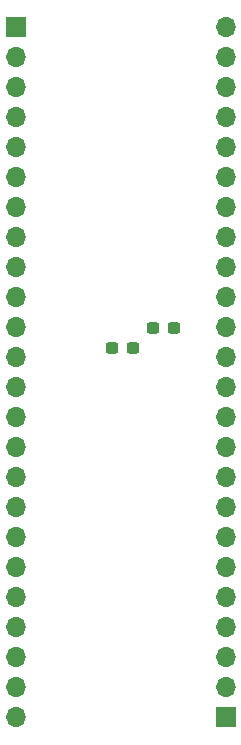
<source format=gbr>
%TF.GenerationSoftware,KiCad,Pcbnew,8.0.7*%
%TF.CreationDate,2025-02-16T23:10:18-06:00*%
%TF.ProjectId,MCU,4d43552e-6b69-4636-9164-5f7063625858,rev?*%
%TF.SameCoordinates,Original*%
%TF.FileFunction,Soldermask,Bot*%
%TF.FilePolarity,Negative*%
%FSLAX46Y46*%
G04 Gerber Fmt 4.6, Leading zero omitted, Abs format (unit mm)*
G04 Created by KiCad (PCBNEW 8.0.7) date 2025-02-16 23:10:18*
%MOMM*%
%LPD*%
G01*
G04 APERTURE LIST*
G04 Aperture macros list*
%AMRoundRect*
0 Rectangle with rounded corners*
0 $1 Rounding radius*
0 $2 $3 $4 $5 $6 $7 $8 $9 X,Y pos of 4 corners*
0 Add a 4 corners polygon primitive as box body*
4,1,4,$2,$3,$4,$5,$6,$7,$8,$9,$2,$3,0*
0 Add four circle primitives for the rounded corners*
1,1,$1+$1,$2,$3*
1,1,$1+$1,$4,$5*
1,1,$1+$1,$6,$7*
1,1,$1+$1,$8,$9*
0 Add four rect primitives between the rounded corners*
20,1,$1+$1,$2,$3,$4,$5,0*
20,1,$1+$1,$4,$5,$6,$7,0*
20,1,$1+$1,$6,$7,$8,$9,0*
20,1,$1+$1,$8,$9,$2,$3,0*%
G04 Aperture macros list end*
%ADD10RoundRect,0.237500X0.300000X0.237500X-0.300000X0.237500X-0.300000X-0.237500X0.300000X-0.237500X0*%
%ADD11RoundRect,0.237500X-0.300000X-0.237500X0.300000X-0.237500X0.300000X0.237500X-0.300000X0.237500X0*%
%ADD12R,1.700000X1.700000*%
%ADD13O,1.700000X1.700000*%
G04 APERTURE END LIST*
D10*
%TO.C,C2*%
X143362500Y-75500000D03*
X141637500Y-75500000D03*
%TD*%
D11*
%TO.C,C1*%
X138182445Y-77122811D03*
X139907445Y-77122811D03*
%TD*%
D12*
%TO.C,J2*%
X147780000Y-108420000D03*
D13*
X147780000Y-105880000D03*
X147780000Y-103340000D03*
X147780000Y-100800000D03*
X147780000Y-98260000D03*
X147780000Y-95720000D03*
X147780000Y-93180000D03*
X147780000Y-90640000D03*
X147780000Y-88100000D03*
X147780000Y-85560000D03*
X147780000Y-83020000D03*
X147780000Y-80480000D03*
X147780000Y-77940000D03*
X147780000Y-75400000D03*
X147780000Y-72860000D03*
X147780000Y-70320000D03*
X147780000Y-67780000D03*
X147780000Y-65240000D03*
X147780000Y-62700000D03*
X147780000Y-60160000D03*
X147780000Y-57620000D03*
X147780000Y-55080000D03*
X147780000Y-52540000D03*
X147780000Y-50000000D03*
%TD*%
D12*
%TO.C,J1*%
X130000000Y-50000000D03*
D13*
X130000000Y-52540000D03*
X130000000Y-55080000D03*
X130000000Y-57620000D03*
X130000000Y-60160000D03*
X130000000Y-62700000D03*
X130000000Y-65240000D03*
X130000000Y-67780000D03*
X130000000Y-70320000D03*
X130000000Y-72860000D03*
X130000000Y-75400000D03*
X130000000Y-77940000D03*
X130000000Y-80480000D03*
X130000000Y-83020000D03*
X130000000Y-85560000D03*
X130000000Y-88100000D03*
X130000000Y-90640000D03*
X130000000Y-93180000D03*
X130000000Y-95720000D03*
X130000000Y-98260000D03*
X130000000Y-100800000D03*
X130000000Y-103340000D03*
X130000000Y-105880000D03*
X130000000Y-108420000D03*
%TD*%
M02*

</source>
